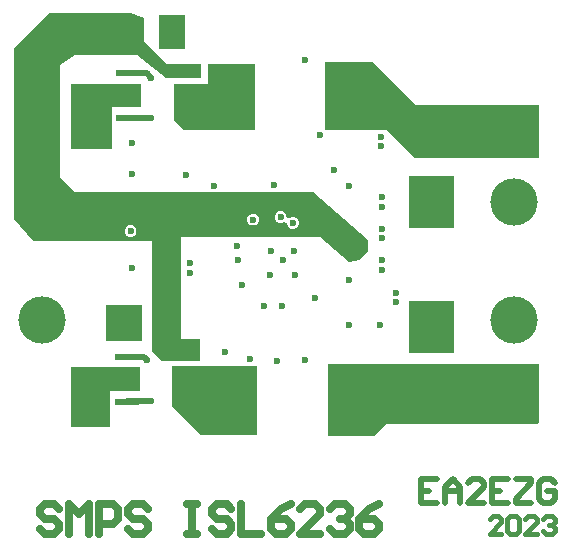
<source format=gtl>
G04*
G04 #@! TF.GenerationSoftware,Altium Limited,Altium Designer,22.5.1 (42)*
G04*
G04 Layer_Physical_Order=1*
G04 Layer_Color=255*
%FSLAX44Y44*%
%MOMM*%
G71*
G04*
G04 #@! TF.SameCoordinates,E804C49B-AF08-44B7-9E18-E1C260B47F38*
G04*
G04*
G04 #@! TF.FilePolarity,Positive*
G04*
G01*
G75*
%ADD10C,0.2000*%
%ADD11R,0.9000X2.5000*%
%ADD12R,2.1000X0.6000*%
%ADD13R,3.8500X5.5000*%
%ADD14R,2.5500X3.7500*%
%ADD15C,0.5000*%
%ADD16C,0.7000*%
%ADD17C,0.4000*%
%ADD23C,4.0000*%
%ADD24C,0.6000*%
G36*
X171000Y429000D02*
X149000D01*
Y458000D01*
X171000D01*
Y429000D01*
D02*
G37*
G36*
X136000Y455994D02*
Y436000D01*
X155000Y417000D01*
X185000Y417000D01*
Y405000D01*
X155000D01*
X130675Y424674D01*
X78000D01*
X65000Y415484D01*
Y321000D01*
X78000Y308000D01*
X279489D01*
X326393Y268100D01*
X325903Y258097D01*
X318403Y250597D01*
X310083Y248770D01*
X285349Y270000D01*
X168000D01*
Y184000D01*
X184000D01*
X184000Y165168D01*
X150396Y165168D01*
X143000Y173715D01*
Y267000D01*
X42816D01*
X26000Y285844D01*
X26000Y430000D01*
X56000Y460000D01*
X125000D01*
X136000Y455994D01*
D02*
G37*
G36*
X230000Y361000D02*
X170000D01*
X162000Y369000D01*
Y400000D01*
X191000D01*
Y417000D01*
X230000D01*
Y361000D01*
D02*
G37*
G36*
X134000Y380000D02*
X109000D01*
Y345000D01*
X75000D01*
Y400000D01*
X134000D01*
Y380000D01*
D02*
G37*
G36*
X366000Y382000D02*
X471000D01*
Y337000D01*
X366000D01*
X342000Y361000D01*
X290000D01*
Y418000D01*
X330000D01*
X366000Y382000D01*
D02*
G37*
G36*
X399000Y278000D02*
X361000D01*
Y322000D01*
X399000D01*
Y278000D01*
D02*
G37*
G36*
X135000Y182000D02*
X104000D01*
Y213000D01*
X135000D01*
X135000Y182000D01*
D02*
G37*
G36*
X399000Y172000D02*
X361000D01*
Y216000D01*
X399000D01*
Y172000D01*
D02*
G37*
G36*
X133000Y140000D02*
X108000D01*
Y109000D01*
X75000D01*
Y160000D01*
X133000D01*
Y140000D01*
D02*
G37*
G36*
X232000Y103000D02*
X184000D01*
X160000Y127000D01*
X160000Y161000D01*
X232000D01*
Y103000D01*
D02*
G37*
G36*
X471000Y114000D02*
X469000Y112000D01*
X341000D01*
X331000Y102000D01*
X292000D01*
Y163000D01*
X471000D01*
Y114000D01*
D02*
G37*
%LPC*%
G36*
X229995Y290000D02*
X228005D01*
X226168Y289239D01*
X224761Y287832D01*
X224000Y285995D01*
Y284005D01*
X224761Y282168D01*
X226168Y280761D01*
X228005Y280000D01*
X229995D01*
X231832Y280761D01*
X233239Y282168D01*
X234000Y284005D01*
Y285995D01*
X233239Y287832D01*
X231832Y289239D01*
X229995Y290000D01*
D02*
G37*
G36*
X252995Y292000D02*
X251005D01*
X249168Y291239D01*
X247761Y289832D01*
X247000Y287995D01*
Y286005D01*
X247761Y284168D01*
X249168Y282761D01*
X251005Y282000D01*
X252995D01*
X254832Y282761D01*
X255310Y283239D01*
X257310Y282410D01*
Y281347D01*
X258071Y279510D01*
X259478Y278103D01*
X261315Y277342D01*
X263305D01*
X265142Y278103D01*
X266549Y279510D01*
X267310Y281347D01*
Y283337D01*
X266549Y285174D01*
X265142Y286581D01*
X263305Y287342D01*
X261315D01*
X259478Y286581D01*
X259000Y286103D01*
X257000Y286932D01*
Y287995D01*
X256239Y289832D01*
X254832Y291239D01*
X252995Y292000D01*
D02*
G37*
G36*
X125995Y280000D02*
X124005D01*
X122168Y279239D01*
X120761Y277832D01*
X120000Y275995D01*
Y274005D01*
X120761Y272168D01*
X122168Y270761D01*
X124005Y270000D01*
X125995D01*
X127832Y270761D01*
X129239Y272168D01*
X130000Y274005D01*
Y275995D01*
X129239Y277832D01*
X127832Y279239D01*
X125995Y280000D01*
D02*
G37*
%LPD*%
D10*
X173250Y370950D02*
X173300Y371000D01*
X380000Y197000D02*
X381000Y198000D01*
X192200Y370950D02*
X210250Y389000D01*
D11*
X158500Y197000D02*
D03*
X127500D02*
D03*
X123500Y443000D02*
D03*
X154500D02*
D03*
D12*
X122750Y409050D02*
D03*
Y396350D02*
D03*
Y383650D02*
D03*
Y370950D02*
D03*
X173250D02*
D03*
Y383650D02*
D03*
Y396350D02*
D03*
Y409050D02*
D03*
X172250Y169050D02*
D03*
Y156350D02*
D03*
Y143650D02*
D03*
Y130950D02*
D03*
X121750D02*
D03*
Y143650D02*
D03*
Y156350D02*
D03*
Y169050D02*
D03*
D13*
X210250Y389000D02*
D03*
X309750D02*
D03*
X212250Y131000D02*
D03*
X311750D02*
D03*
D14*
X380000Y357000D02*
D03*
Y303000D02*
D03*
Y143000D02*
D03*
Y197000D02*
D03*
D15*
X141809Y405191D02*
Y405825D01*
X122775Y409025D02*
X138609D01*
X141809Y405825D01*
Y405191D02*
X142000Y405000D01*
X122750Y409050D02*
X122775Y409025D01*
X122250Y168550D02*
X136179D01*
X138729Y166000D01*
X139000D01*
X121750Y169050D02*
X122250Y168550D01*
X141975Y130975D02*
X142000Y131000D01*
X121775Y130975D02*
X141975D01*
X121750Y130950D02*
X121775Y130975D01*
X123300Y371000D02*
X123325Y370975D01*
X141975D01*
X142000Y371000D01*
X187000D02*
X187050Y370950D01*
X173300Y371000D02*
X187000D01*
X187050Y370950D02*
X192200D01*
X185000Y130950D02*
X212200D01*
X172250D02*
X185000D01*
X212200D02*
X212250Y131000D01*
X384329Y64994D02*
X371000D01*
Y45000D01*
X384329D01*
X371000Y54997D02*
X377664D01*
X390994Y45000D02*
Y58329D01*
X397658Y64994D01*
X404323Y58329D01*
Y45000D01*
Y54997D01*
X390994D01*
X424316Y45000D02*
X410987D01*
X424316Y58329D01*
Y61661D01*
X420984Y64994D01*
X414319D01*
X410987Y61661D01*
X444310Y64994D02*
X430981D01*
Y45000D01*
X444310D01*
X430981Y54997D02*
X437645D01*
X450974Y64994D02*
X464303D01*
Y61661D01*
X450974Y48332D01*
Y45000D01*
X464303D01*
X484297Y61661D02*
X480965Y64994D01*
X474300D01*
X470968Y61661D01*
Y48332D01*
X474300Y45000D01*
X480965D01*
X484297Y48332D01*
Y54997D01*
X477632D01*
D16*
X64661Y39827D02*
X60496Y43992D01*
X52165D01*
X48000Y39827D01*
Y35661D01*
X52165Y31496D01*
X60496D01*
X64661Y27331D01*
Y23165D01*
X60496Y19000D01*
X52165D01*
X48000Y23165D01*
X72992Y19000D02*
Y43992D01*
X81322Y35661D01*
X89653Y43992D01*
Y19000D01*
X97984D02*
Y43992D01*
X110480D01*
X114645Y39827D01*
Y31496D01*
X110480Y27331D01*
X97984D01*
X139637Y39827D02*
X135472Y43992D01*
X127141D01*
X122976Y39827D01*
Y35661D01*
X127141Y31496D01*
X135472D01*
X139637Y27331D01*
Y23165D01*
X135472Y19000D01*
X127141D01*
X122976Y23165D01*
X172960Y43992D02*
X181290D01*
X177125D01*
Y19000D01*
X172960D01*
X181290D01*
X210448Y39827D02*
X206282Y43992D01*
X197952D01*
X193786Y39827D01*
Y35661D01*
X197952Y31496D01*
X206282D01*
X210448Y27331D01*
Y23165D01*
X206282Y19000D01*
X197952D01*
X193786Y23165D01*
X218778Y43992D02*
Y19000D01*
X235439D01*
X260431Y43992D02*
X252101Y39827D01*
X243770Y31496D01*
Y23165D01*
X247935Y19000D01*
X256266D01*
X260431Y23165D01*
Y27331D01*
X256266Y31496D01*
X243770D01*
X285423Y19000D02*
X268762D01*
X285423Y35661D01*
Y39827D01*
X281258Y43992D01*
X272927D01*
X268762Y39827D01*
X293754D02*
X297919Y43992D01*
X306250D01*
X310415Y39827D01*
Y35661D01*
X306250Y31496D01*
X302085D01*
X306250D01*
X310415Y27331D01*
Y23165D01*
X306250Y19000D01*
X297919D01*
X293754Y23165D01*
X335407Y43992D02*
X327076Y39827D01*
X318746Y31496D01*
Y23165D01*
X322911Y19000D01*
X331242D01*
X335407Y23165D01*
Y27331D01*
X331242Y31496D01*
X318746D01*
D17*
X438997Y19000D02*
X429000D01*
X438997Y28997D01*
Y31496D01*
X436498Y33995D01*
X431499D01*
X429000Y31496D01*
X443995D02*
X446494Y33995D01*
X451493D01*
X453992Y31496D01*
Y21499D01*
X451493Y19000D01*
X446494D01*
X443995Y21499D01*
Y31496D01*
X468987Y19000D02*
X458990D01*
X468987Y28997D01*
Y31496D01*
X466488Y33995D01*
X461489D01*
X458990Y31496D01*
X473985D02*
X476485Y33995D01*
X481483D01*
X483982Y31496D01*
Y28997D01*
X481483Y26498D01*
X478984D01*
X481483D01*
X483982Y23998D01*
Y21499D01*
X481483Y19000D01*
X476485D01*
X473985Y21499D01*
D23*
X450000Y300000D02*
D03*
Y200000D02*
D03*
Y360000D02*
D03*
Y140000D02*
D03*
X50000Y200000D02*
D03*
Y300000D02*
D03*
D24*
X310000Y196000D02*
D03*
X142000Y405000D02*
D03*
X139000Y166000D02*
D03*
X142000Y131000D02*
D03*
Y371000D02*
D03*
X187000D02*
D03*
X297000Y327000D02*
D03*
X336500Y195500D02*
D03*
X205000Y173000D02*
D03*
X254000Y251000D02*
D03*
X252000Y287000D02*
D03*
X93000Y119000D02*
D03*
Y131000D02*
D03*
Y142000D02*
D03*
Y154000D02*
D03*
X105000Y119000D02*
D03*
X81000D02*
D03*
X105000Y131000D02*
D03*
X81000D02*
D03*
X105000Y142000D02*
D03*
X81000D02*
D03*
Y154000D02*
D03*
X105000D02*
D03*
X93000Y350000D02*
D03*
Y365000D02*
D03*
X92000Y380000D02*
D03*
Y395000D02*
D03*
X105000Y350000D02*
D03*
X80000D02*
D03*
X105000Y365000D02*
D03*
X80000D02*
D03*
Y380000D02*
D03*
X105000D02*
D03*
Y395000D02*
D03*
X80000D02*
D03*
X319000Y261000D02*
D03*
X175000Y248000D02*
D03*
Y240000D02*
D03*
X350000Y223000D02*
D03*
Y215000D02*
D03*
X338000Y250667D02*
D03*
Y242667D02*
D03*
Y277333D02*
D03*
Y269333D02*
D03*
Y296000D02*
D03*
Y304000D02*
D03*
X337000Y347000D02*
D03*
Y355000D02*
D03*
X109000Y191000D02*
D03*
X396000Y186000D02*
D03*
Y208000D02*
D03*
X364000D02*
D03*
Y186000D02*
D03*
X374000Y175000D02*
D03*
X386000D02*
D03*
Y281000D02*
D03*
X374000D02*
D03*
X364000Y292000D02*
D03*
Y314000D02*
D03*
X396000D02*
D03*
X109000Y199000D02*
D03*
Y208000D02*
D03*
X167000Y446000D02*
D03*
Y438000D02*
D03*
X281000Y219000D02*
D03*
X246500Y314500D02*
D03*
X272500Y420500D02*
D03*
X263651Y258116D02*
D03*
X242651Y238116D02*
D03*
X264651D02*
D03*
X167000Y454000D02*
D03*
X396000Y292000D02*
D03*
X249000Y165000D02*
D03*
X243651Y258116D02*
D03*
X125000Y275000D02*
D03*
X126000Y323500D02*
D03*
X368000Y118000D02*
D03*
X350000Y389000D02*
D03*
X273000Y166000D02*
D03*
X226000Y167000D02*
D03*
X215000Y263000D02*
D03*
X216000Y251000D02*
D03*
X172000Y323000D02*
D03*
X188000Y131000D02*
D03*
X285000Y357000D02*
D03*
X126000Y297000D02*
D03*
X310000Y313000D02*
D03*
X126000Y350000D02*
D03*
X196000Y313000D02*
D03*
X229000Y285000D02*
D03*
X262310Y282342D02*
D03*
X126000Y244000D02*
D03*
X310000Y234000D02*
D03*
X253000Y212000D02*
D03*
X238000D02*
D03*
X219000Y230000D02*
D03*
M02*

</source>
